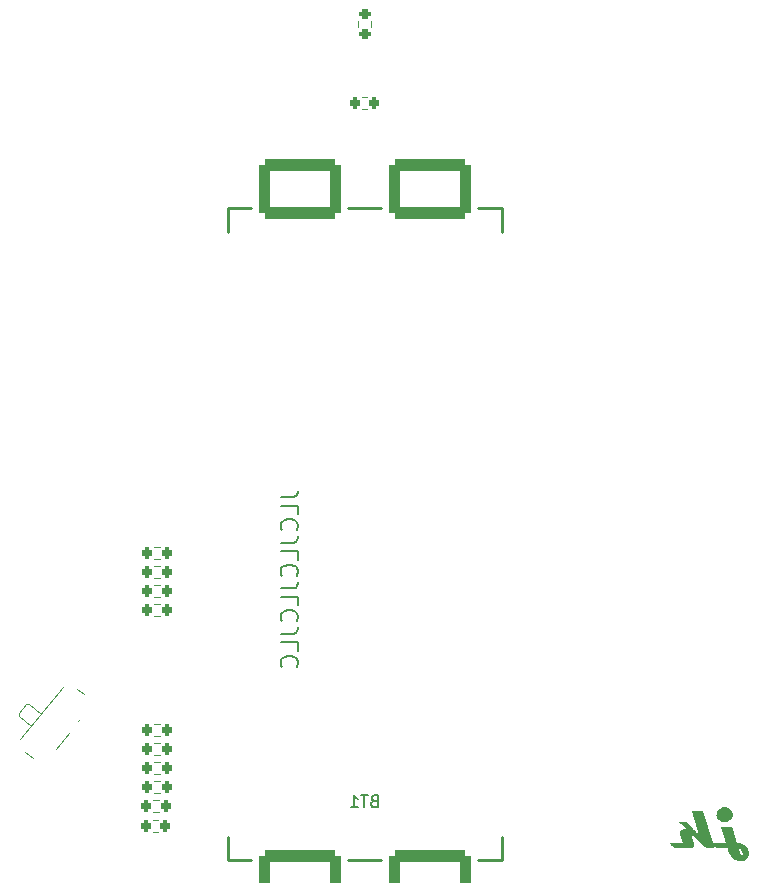
<source format=gbr>
%TF.GenerationSoftware,KiCad,Pcbnew,(6.0.7)*%
%TF.CreationDate,2022-08-02T13:51:54+02:00*%
%TF.ProjectId,LEDChristmasTree-2022,4c454443-6872-4697-9374-6d6173547265,rev?*%
%TF.SameCoordinates,Original*%
%TF.FileFunction,Legend,Bot*%
%TF.FilePolarity,Positive*%
%FSLAX46Y46*%
G04 Gerber Fmt 4.6, Leading zero omitted, Abs format (unit mm)*
G04 Created by KiCad (PCBNEW (6.0.7)) date 2022-08-02 13:51:54*
%MOMM*%
%LPD*%
G01*
G04 APERTURE LIST*
G04 Aperture macros list*
%AMRoundRect*
0 Rectangle with rounded corners*
0 $1 Rounding radius*
0 $2 $3 $4 $5 $6 $7 $8 $9 X,Y pos of 4 corners*
0 Add a 4 corners polygon primitive as box body*
4,1,4,$2,$3,$4,$5,$6,$7,$8,$9,$2,$3,0*
0 Add four circle primitives for the rounded corners*
1,1,$1+$1,$2,$3*
1,1,$1+$1,$4,$5*
1,1,$1+$1,$6,$7*
1,1,$1+$1,$8,$9*
0 Add four rect primitives between the rounded corners*
20,1,$1+$1,$2,$3,$4,$5,0*
20,1,$1+$1,$4,$5,$6,$7,0*
20,1,$1+$1,$6,$7,$8,$9,0*
20,1,$1+$1,$8,$9,$2,$3,0*%
%AMRotRect*
0 Rectangle, with rotation*
0 The origin of the aperture is its center*
0 $1 length*
0 $2 width*
0 $3 Rotation angle, in degrees counterclockwise*
0 Add horizontal line*
21,1,$1,$2,0,0,$3*%
G04 Aperture macros list end*
%ADD10C,0.200000*%
%ADD11C,0.150000*%
%ADD12C,0.120000*%
%ADD13C,0.254000*%
%ADD14RoundRect,0.200000X0.275000X-0.200000X0.275000X0.200000X-0.275000X0.200000X-0.275000X-0.200000X0*%
%ADD15RoundRect,0.500000X-3.000000X-2.000000X3.000000X-2.000000X3.000000X2.000000X-3.000000X2.000000X0*%
%ADD16RoundRect,0.200000X-0.200000X-0.275000X0.200000X-0.275000X0.200000X0.275000X-0.200000X0.275000X0*%
%ADD17RotRect,1.000000X0.800000X51.000000*%
%ADD18C,0.900000*%
%ADD19RotRect,0.700000X1.500000X51.000000*%
%ADD20C,0.800000*%
G04 APERTURE END LIST*
D10*
X136478571Y-96871428D02*
X137550000Y-96871428D01*
X137764285Y-96800000D01*
X137907142Y-96657142D01*
X137978571Y-96442857D01*
X137978571Y-96300000D01*
X137978571Y-98300000D02*
X137978571Y-97585714D01*
X136478571Y-97585714D01*
X137835714Y-99657142D02*
X137907142Y-99585714D01*
X137978571Y-99371428D01*
X137978571Y-99228571D01*
X137907142Y-99014285D01*
X137764285Y-98871428D01*
X137621428Y-98800000D01*
X137335714Y-98728571D01*
X137121428Y-98728571D01*
X136835714Y-98800000D01*
X136692857Y-98871428D01*
X136550000Y-99014285D01*
X136478571Y-99228571D01*
X136478571Y-99371428D01*
X136550000Y-99585714D01*
X136621428Y-99657142D01*
X136478571Y-100728571D02*
X137550000Y-100728571D01*
X137764285Y-100657142D01*
X137907142Y-100514285D01*
X137978571Y-100300000D01*
X137978571Y-100157142D01*
X137978571Y-102157142D02*
X137978571Y-101442857D01*
X136478571Y-101442857D01*
X137835714Y-103514285D02*
X137907142Y-103442857D01*
X137978571Y-103228571D01*
X137978571Y-103085714D01*
X137907142Y-102871428D01*
X137764285Y-102728571D01*
X137621428Y-102657142D01*
X137335714Y-102585714D01*
X137121428Y-102585714D01*
X136835714Y-102657142D01*
X136692857Y-102728571D01*
X136550000Y-102871428D01*
X136478571Y-103085714D01*
X136478571Y-103228571D01*
X136550000Y-103442857D01*
X136621428Y-103514285D01*
X136478571Y-104585714D02*
X137550000Y-104585714D01*
X137764285Y-104514285D01*
X137907142Y-104371428D01*
X137978571Y-104157142D01*
X137978571Y-104014285D01*
X137978571Y-106014285D02*
X137978571Y-105300000D01*
X136478571Y-105300000D01*
X137835714Y-107371428D02*
X137907142Y-107300000D01*
X137978571Y-107085714D01*
X137978571Y-106942857D01*
X137907142Y-106728571D01*
X137764285Y-106585714D01*
X137621428Y-106514285D01*
X137335714Y-106442857D01*
X137121428Y-106442857D01*
X136835714Y-106514285D01*
X136692857Y-106585714D01*
X136550000Y-106728571D01*
X136478571Y-106942857D01*
X136478571Y-107085714D01*
X136550000Y-107300000D01*
X136621428Y-107371428D01*
X136478571Y-108442857D02*
X137550000Y-108442857D01*
X137764285Y-108371428D01*
X137907142Y-108228571D01*
X137978571Y-108014285D01*
X137978571Y-107871428D01*
X137978571Y-109871428D02*
X137978571Y-109157142D01*
X136478571Y-109157142D01*
X137835714Y-111228571D02*
X137907142Y-111157142D01*
X137978571Y-110942857D01*
X137978571Y-110800000D01*
X137907142Y-110585714D01*
X137764285Y-110442857D01*
X137621428Y-110371428D01*
X137335714Y-110300000D01*
X137121428Y-110300000D01*
X136835714Y-110371428D01*
X136692857Y-110442857D01*
X136550000Y-110585714D01*
X136478571Y-110800000D01*
X136478571Y-110942857D01*
X136550000Y-111157142D01*
X136621428Y-111228571D01*
D11*
%TO.C,BT1*%
X144385714Y-122578571D02*
X144242857Y-122626190D01*
X144195238Y-122673809D01*
X144147619Y-122769047D01*
X144147619Y-122911904D01*
X144195238Y-123007142D01*
X144242857Y-123054761D01*
X144338095Y-123102380D01*
X144719047Y-123102380D01*
X144719047Y-122102380D01*
X144385714Y-122102380D01*
X144290476Y-122150000D01*
X144242857Y-122197619D01*
X144195238Y-122292857D01*
X144195238Y-122388095D01*
X144242857Y-122483333D01*
X144290476Y-122530952D01*
X144385714Y-122578571D01*
X144719047Y-122578571D01*
X143861904Y-122102380D02*
X143290476Y-122102380D01*
X143576190Y-123102380D02*
X143576190Y-122102380D01*
X142433333Y-123102380D02*
X143004761Y-123102380D01*
X142719047Y-123102380D02*
X142719047Y-122102380D01*
X142814285Y-122245238D01*
X142909523Y-122340476D01*
X143004761Y-122388095D01*
D12*
%TO.C,R11*%
X144122500Y-57037258D02*
X144122500Y-56562742D01*
X143077500Y-57037258D02*
X143077500Y-56562742D01*
D13*
%TO.C,BT1*%
X142200000Y-127600000D02*
X145000000Y-127600000D01*
X155200000Y-127600000D02*
X155200000Y-125600000D01*
X153200000Y-127600000D02*
X155200000Y-127600000D01*
X132000000Y-127600000D02*
X134000000Y-127600000D01*
X134000000Y-72400000D02*
X132000000Y-72400000D01*
X155200000Y-72400000D02*
X153200000Y-72400000D01*
X132000000Y-72400000D02*
X132000000Y-74400000D01*
X132000000Y-127600000D02*
X132000000Y-125600000D01*
X155200000Y-72400000D02*
X155200000Y-74400000D01*
X145000000Y-72400000D02*
X142200000Y-72400000D01*
D12*
%TO.C,R3*%
X125687742Y-122477500D02*
X126162258Y-122477500D01*
X125687742Y-123522500D02*
X126162258Y-123522500D01*
%TO.C,R12*%
X125762742Y-117122500D02*
X126237258Y-117122500D01*
X125762742Y-116077500D02*
X126237258Y-116077500D01*
%TO.C,R5*%
X125762742Y-120877500D02*
X126237258Y-120877500D01*
X125762742Y-121922500D02*
X126237258Y-121922500D01*
%TO.C,R7*%
X125762742Y-105877500D02*
X126237258Y-105877500D01*
X125762742Y-106922500D02*
X126237258Y-106922500D01*
%TO.C,R9*%
X125762742Y-102122500D02*
X126237258Y-102122500D01*
X125762742Y-101077500D02*
X126237258Y-101077500D01*
%TO.C,G\u002A\u002A\u002A*%
G36*
X176105240Y-127180594D02*
G01*
X176080893Y-127273553D01*
X176041646Y-127365241D01*
X175992198Y-127451124D01*
X175921528Y-127537485D01*
X175836940Y-127603828D01*
X175733538Y-127654752D01*
X175725039Y-127657921D01*
X175637235Y-127678090D01*
X175531706Y-127684537D01*
X175414697Y-127678165D01*
X175292452Y-127659875D01*
X175171215Y-127630570D01*
X175057233Y-127591153D01*
X174956748Y-127542524D01*
X174898818Y-127507242D01*
X174786584Y-127425320D01*
X174689595Y-127332521D01*
X174605260Y-127225293D01*
X174530993Y-127100083D01*
X174464205Y-126953338D01*
X174402306Y-126781505D01*
X174342600Y-126597820D01*
X175287819Y-126597820D01*
X175288275Y-126605202D01*
X175295689Y-126636524D01*
X175310179Y-126688722D01*
X175330625Y-126757942D01*
X175355908Y-126840330D01*
X175384908Y-126932030D01*
X175404177Y-126991899D01*
X175432646Y-127079496D01*
X175457810Y-127155900D01*
X175478319Y-127217064D01*
X175492825Y-127258940D01*
X175499981Y-127277479D01*
X175506593Y-127282340D01*
X175524393Y-127270868D01*
X175552292Y-127234380D01*
X175553987Y-127231871D01*
X175572716Y-127201959D01*
X175584499Y-127174480D01*
X175590917Y-127141645D01*
X175593546Y-127095664D01*
X175593967Y-127028747D01*
X175593572Y-126982120D01*
X175591075Y-126926319D01*
X175584952Y-126885277D01*
X175573686Y-126850439D01*
X175555762Y-126813249D01*
X175541555Y-126788818D01*
X175502912Y-126734184D01*
X175462724Y-126688822D01*
X175428915Y-126660791D01*
X175385187Y-126631902D01*
X175342224Y-126609243D01*
X175307332Y-126596615D01*
X175287819Y-126597820D01*
X174342600Y-126597820D01*
X174336320Y-126578499D01*
X173923774Y-126572451D01*
X173811045Y-126570566D01*
X173704500Y-126568068D01*
X173620535Y-126565042D01*
X173555850Y-126561290D01*
X173507143Y-126556614D01*
X173471113Y-126550817D01*
X173444459Y-126543700D01*
X173358163Y-126509952D01*
X173285230Y-126469706D01*
X173213123Y-126415704D01*
X173180474Y-126390164D01*
X173154742Y-126373464D01*
X173144882Y-126371966D01*
X173147996Y-126386872D01*
X173158411Y-126422284D01*
X173173615Y-126468453D01*
X173186570Y-126507556D01*
X173197962Y-126545532D01*
X173202348Y-126565383D01*
X173191971Y-126569180D01*
X173155667Y-126572292D01*
X173096070Y-126573950D01*
X173016083Y-126574080D01*
X172918609Y-126572609D01*
X172876599Y-126571707D01*
X172791966Y-126569471D01*
X172719561Y-126565667D01*
X172656328Y-126558696D01*
X172599210Y-126546954D01*
X172545149Y-126528843D01*
X172491089Y-126502761D01*
X172433973Y-126467107D01*
X172370744Y-126420281D01*
X172298345Y-126360681D01*
X172213720Y-126286708D01*
X172113811Y-126196759D01*
X171995561Y-126089235D01*
X171909287Y-126010520D01*
X171809473Y-125918987D01*
X171709245Y-125826652D01*
X171614037Y-125738531D01*
X171529280Y-125659642D01*
X171460408Y-125595001D01*
X171444319Y-125579824D01*
X171382056Y-125521499D01*
X171328256Y-125471737D01*
X171286006Y-125433353D01*
X171258393Y-125409156D01*
X171248502Y-125401960D01*
X171248696Y-125402975D01*
X171254547Y-125423351D01*
X171267745Y-125466872D01*
X171287205Y-125530032D01*
X171311843Y-125609326D01*
X171340575Y-125701245D01*
X171372316Y-125802286D01*
X171390015Y-125858671D01*
X171423841Y-125968039D01*
X171449929Y-126055586D01*
X171469232Y-126125073D01*
X171482701Y-126180265D01*
X171491288Y-126224923D01*
X171495945Y-126262810D01*
X171497624Y-126297690D01*
X171497614Y-126336505D01*
X171493788Y-126383433D01*
X171483221Y-126418783D01*
X171463601Y-126453112D01*
X171456666Y-126462693D01*
X171416224Y-126504731D01*
X171370617Y-126537676D01*
X171364612Y-126540907D01*
X171350351Y-126547778D01*
X171334228Y-126553457D01*
X171313557Y-126558079D01*
X171285650Y-126561780D01*
X171247822Y-126564693D01*
X171197383Y-126566952D01*
X171131648Y-126568694D01*
X171047929Y-126570051D01*
X170943538Y-126571159D01*
X170815790Y-126572153D01*
X170661995Y-126573166D01*
X170583610Y-126573638D01*
X170436771Y-126574297D01*
X170314676Y-126574437D01*
X170214613Y-126573991D01*
X170133872Y-126572893D01*
X170069740Y-126571080D01*
X170019507Y-126568483D01*
X169980462Y-126565040D01*
X169949892Y-126560682D01*
X169925088Y-126555346D01*
X169873677Y-126540446D01*
X169754064Y-126490529D01*
X169651894Y-126424979D01*
X169570518Y-126346227D01*
X169513286Y-126256703D01*
X169501719Y-126230993D01*
X169487125Y-126194552D01*
X169481421Y-126174096D01*
X169481894Y-126173268D01*
X169501357Y-126169133D01*
X169549025Y-126165723D01*
X169624460Y-126163050D01*
X169727224Y-126161126D01*
X169856877Y-126159963D01*
X170012982Y-126159573D01*
X170116629Y-126159362D01*
X170237050Y-126158506D01*
X170341136Y-126157050D01*
X170426408Y-126155054D01*
X170490385Y-126152580D01*
X170530590Y-126149689D01*
X170544543Y-126146442D01*
X170544370Y-126145201D01*
X170538587Y-126123568D01*
X170525403Y-126078846D01*
X170505913Y-126014610D01*
X170481209Y-125934438D01*
X170452383Y-125841905D01*
X170420528Y-125740588D01*
X170411074Y-125710580D01*
X170370194Y-125578328D01*
X170338389Y-125469413D01*
X170315244Y-125380713D01*
X170300343Y-125309108D01*
X170293270Y-125251479D01*
X170293609Y-125204704D01*
X170300945Y-125165664D01*
X170314861Y-125131238D01*
X170334942Y-125098306D01*
X170335199Y-125097936D01*
X170373336Y-125055442D01*
X170423574Y-125023156D01*
X170489984Y-124999635D01*
X170576640Y-124983431D01*
X170687614Y-124973100D01*
X170848720Y-124962906D01*
X170693018Y-124803405D01*
X170689519Y-124799821D01*
X170617481Y-124726008D01*
X170536574Y-124643086D01*
X170456447Y-124560942D01*
X170386746Y-124489465D01*
X170236176Y-124335025D01*
X170544799Y-124336333D01*
X170853423Y-124337641D01*
X171104990Y-124598522D01*
X171155919Y-124651339D01*
X171296465Y-124797098D01*
X171418699Y-124923818D01*
X171523864Y-125032719D01*
X171613200Y-125125019D01*
X171687951Y-125201936D01*
X171749357Y-125264691D01*
X171798662Y-125314502D01*
X171837108Y-125352587D01*
X171865935Y-125380165D01*
X171886387Y-125398456D01*
X171899705Y-125408679D01*
X171907132Y-125412051D01*
X171909909Y-125409793D01*
X171909278Y-125403122D01*
X171906482Y-125393259D01*
X171902763Y-125381421D01*
X171896476Y-125360869D01*
X171881087Y-125310993D01*
X171859144Y-125240152D01*
X171831484Y-125151036D01*
X171798946Y-125046334D01*
X171762367Y-124928734D01*
X171722588Y-124800925D01*
X171680445Y-124665598D01*
X171636777Y-124525439D01*
X171592422Y-124383138D01*
X171548220Y-124241385D01*
X171505007Y-124102867D01*
X171463624Y-123970274D01*
X171424907Y-123846295D01*
X171389695Y-123733619D01*
X171358827Y-123634934D01*
X171333141Y-123552930D01*
X171313475Y-123490295D01*
X171300668Y-123449718D01*
X171295557Y-123433888D01*
X171296288Y-123430479D01*
X171307210Y-123425939D01*
X171332239Y-123422365D01*
X171373813Y-123419658D01*
X171434368Y-123417723D01*
X171516343Y-123416461D01*
X171622174Y-123415775D01*
X171754298Y-123415568D01*
X172220068Y-123415568D01*
X172648824Y-124787571D01*
X173077580Y-126159573D01*
X173642792Y-126159573D01*
X173679347Y-126159560D01*
X173801204Y-126159326D01*
X173912727Y-126158823D01*
X174010850Y-126158085D01*
X174092505Y-126157144D01*
X174154627Y-126156034D01*
X174194149Y-126154789D01*
X174208004Y-126153440D01*
X174207976Y-126153248D01*
X174203142Y-126136617D01*
X174190594Y-126095460D01*
X174171158Y-126032444D01*
X174145665Y-125950238D01*
X174114943Y-125851509D01*
X174079820Y-125738925D01*
X174041126Y-125615155D01*
X173999690Y-125482866D01*
X173996524Y-125472768D01*
X173955229Y-125340780D01*
X173916743Y-125217315D01*
X173881899Y-125105072D01*
X173851526Y-125006747D01*
X173826457Y-124925038D01*
X173807521Y-124862644D01*
X173795550Y-124822262D01*
X173791375Y-124806589D01*
X173796466Y-124804840D01*
X173825944Y-124802118D01*
X173878731Y-124799697D01*
X173951442Y-124797664D01*
X174040692Y-124796105D01*
X174143096Y-124795106D01*
X174255270Y-124794754D01*
X174719166Y-124794754D01*
X174845417Y-125186241D01*
X174871520Y-125267176D01*
X174912836Y-125395258D01*
X174955425Y-125527265D01*
X174996765Y-125655377D01*
X175034333Y-125771779D01*
X175065606Y-125868651D01*
X175159545Y-126159573D01*
X175242306Y-126159573D01*
X175272574Y-126160317D01*
X175397224Y-126176332D01*
X175529029Y-126211536D01*
X175659022Y-126263687D01*
X175709502Y-126289089D01*
X175769907Y-126326035D01*
X175826295Y-126370779D01*
X175889205Y-126430980D01*
X175968188Y-126519903D01*
X176037491Y-126625378D01*
X176084163Y-126737906D01*
X176110446Y-126863113D01*
X176118580Y-127006624D01*
X176118029Y-127028747D01*
X176116843Y-127076329D01*
X176105240Y-127180594D01*
G37*
G36*
X174203368Y-123121376D02*
G01*
X174274544Y-123133843D01*
X174327872Y-123150547D01*
X174447798Y-123207222D01*
X174555721Y-123284936D01*
X174646517Y-123379578D01*
X174715057Y-123487039D01*
X174737452Y-123535860D01*
X174753066Y-123583579D01*
X174761687Y-123636105D01*
X174766108Y-123705384D01*
X174766832Y-123730356D01*
X174761341Y-123838935D01*
X174738809Y-123932468D01*
X174696387Y-124019462D01*
X174631230Y-124108427D01*
X174597427Y-124145765D01*
X174509785Y-124219589D01*
X174402980Y-124281013D01*
X174272654Y-124332764D01*
X174229013Y-124342133D01*
X174159104Y-124347996D01*
X174077387Y-124348556D01*
X173992684Y-124344058D01*
X173913816Y-124334753D01*
X173849605Y-124320886D01*
X173752764Y-124282668D01*
X173642309Y-124215604D01*
X173545120Y-124130650D01*
X173468518Y-124033328D01*
X173445649Y-123992149D01*
X173407345Y-123885646D01*
X173389804Y-123769804D01*
X173393100Y-123651845D01*
X173417304Y-123538993D01*
X173462491Y-123438469D01*
X173502142Y-123383010D01*
X173580729Y-123302632D01*
X173675427Y-123230654D01*
X173778663Y-123172561D01*
X173882867Y-123133843D01*
X173938451Y-123123301D01*
X174023675Y-123116105D01*
X174115863Y-123115463D01*
X174203368Y-123121376D01*
G37*
%TO.C,R2*%
X125662742Y-124177500D02*
X126137258Y-124177500D01*
X125662742Y-125222500D02*
X126137258Y-125222500D01*
%TO.C,R4*%
X125762742Y-104277500D02*
X126237258Y-104277500D01*
X125762742Y-105322500D02*
X126237258Y-105322500D01*
%TO.C,SW1*%
X114371971Y-115387457D02*
X114334634Y-115099870D01*
X115190087Y-114377167D02*
X114901022Y-114400439D01*
X115374489Y-116199280D02*
X114371971Y-115387457D01*
X119211610Y-113065736D02*
X119825556Y-113562899D01*
X119351452Y-115816834D02*
X119477316Y-115661405D01*
X115483245Y-118925206D02*
X114869300Y-118428043D01*
X114461974Y-117326142D02*
X118049101Y-112896410D01*
X115190087Y-114377167D02*
X116192605Y-115188990D01*
X114334634Y-115099870D02*
X114901022Y-114400439D01*
X117463491Y-118148272D02*
X118533336Y-116827124D01*
%TO.C,R1*%
X125762742Y-118722500D02*
X126237258Y-118722500D01*
X125762742Y-117677500D02*
X126237258Y-117677500D01*
%TO.C,R10*%
X143362742Y-62977500D02*
X143837258Y-62977500D01*
X143362742Y-64022500D02*
X143837258Y-64022500D01*
%TO.C,R8*%
X125762742Y-102677500D02*
X126237258Y-102677500D01*
X125762742Y-103722500D02*
X126237258Y-103722500D01*
%TO.C,R6*%
X125762742Y-119277500D02*
X126237258Y-119277500D01*
X125762742Y-120322500D02*
X126237258Y-120322500D01*
%TD*%
%LPC*%
D14*
%TO.C,R11*%
X143600000Y-57625000D03*
X143600000Y-55975000D03*
%TD*%
D15*
%TO.C,BT1*%
X149100000Y-129250000D03*
X149100000Y-70750000D03*
X138100000Y-70750000D03*
X138100000Y-129250000D03*
%TD*%
D16*
%TO.C,R3*%
X125100000Y-123000000D03*
X126750000Y-123000000D03*
%TD*%
%TO.C,R12*%
X125175000Y-116600000D03*
X126825000Y-116600000D03*
%TD*%
%TO.C,R5*%
X125175000Y-121400000D03*
X126825000Y-121400000D03*
%TD*%
%TO.C,R7*%
X125175000Y-106400000D03*
X126825000Y-106400000D03*
%TD*%
%TO.C,R9*%
X125175000Y-101600000D03*
X126825000Y-101600000D03*
%TD*%
%TO.C,R2*%
X125075000Y-124700000D03*
X126725000Y-124700000D03*
%TD*%
%TO.C,R4*%
X125175000Y-104800000D03*
X126825000Y-104800000D03*
%TD*%
D17*
%TO.C,SW1*%
X114191662Y-118136655D03*
X118785701Y-112463489D03*
X115909154Y-119527453D03*
D18*
X116399561Y-117158043D03*
X118287522Y-114826605D03*
D17*
X120503193Y-113854287D03*
D19*
X117295348Y-118848507D03*
X119183309Y-116517069D03*
X120127290Y-115351350D03*
%TD*%
D16*
%TO.C,R1*%
X125175000Y-118200000D03*
X126825000Y-118200000D03*
%TD*%
%TO.C,R10*%
X142775000Y-63500000D03*
X144425000Y-63500000D03*
%TD*%
%TO.C,R8*%
X125175000Y-103200000D03*
X126825000Y-103200000D03*
%TD*%
%TO.C,R6*%
X125175000Y-119800000D03*
X126825000Y-119800000D03*
%TD*%
D20*
X143600000Y-49200000D03*
X121900000Y-111400000D03*
X166900000Y-118300000D03*
X152000000Y-74700000D03*
X119400000Y-126100000D03*
X135700000Y-125000000D03*
X132900000Y-73500000D03*
X154800000Y-122900000D03*
X133800000Y-93100000D03*
X143690000Y-124420000D03*
X151300000Y-96500000D03*
X148100000Y-66100000D03*
X152300000Y-85600000D03*
X171200000Y-121200000D03*
X157400000Y-115800000D03*
X141400000Y-110300000D03*
X110100000Y-125900000D03*
X159100000Y-126400000D03*
X149600000Y-90600000D03*
X143000000Y-84800000D03*
X129800000Y-109600000D03*
X145100000Y-105800000D03*
X130900000Y-90500000D03*
X159600000Y-105800000D03*
X158300000Y-99900000D03*
X139600000Y-76400000D03*
X140000000Y-79700000D03*
X129600000Y-130500000D03*
X115100000Y-126100000D03*
X131300000Y-125000000D03*
X140700000Y-105800000D03*
X147900000Y-85600000D03*
X150400000Y-122900000D03*
X143900000Y-66100000D03*
X162500000Y-118300000D03*
X153900000Y-99900000D03*
X143600000Y-53600000D03*
X129500000Y-93100000D03*
X135200000Y-76400000D03*
X125500000Y-109600000D03*
M02*

</source>
